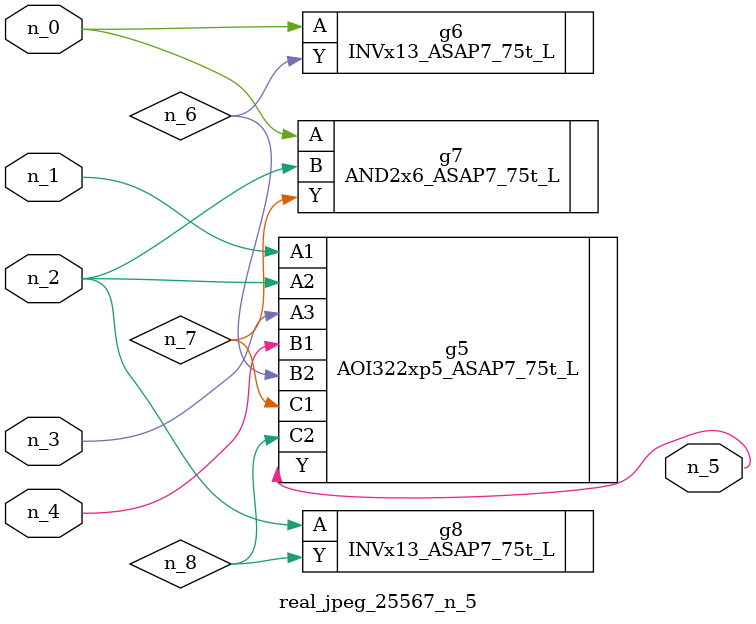
<source format=v>
module real_jpeg_25567_n_5 (n_4, n_0, n_1, n_2, n_3, n_5);

input n_4;
input n_0;
input n_1;
input n_2;
input n_3;

output n_5;

wire n_8;
wire n_6;
wire n_7;

INVx13_ASAP7_75t_L g6 ( 
.A(n_0),
.Y(n_6)
);

AND2x6_ASAP7_75t_L g7 ( 
.A(n_0),
.B(n_2),
.Y(n_7)
);

AOI322xp5_ASAP7_75t_L g5 ( 
.A1(n_1),
.A2(n_2),
.A3(n_3),
.B1(n_4),
.B2(n_6),
.C1(n_7),
.C2(n_8),
.Y(n_5)
);

INVx13_ASAP7_75t_L g8 ( 
.A(n_2),
.Y(n_8)
);


endmodule
</source>
